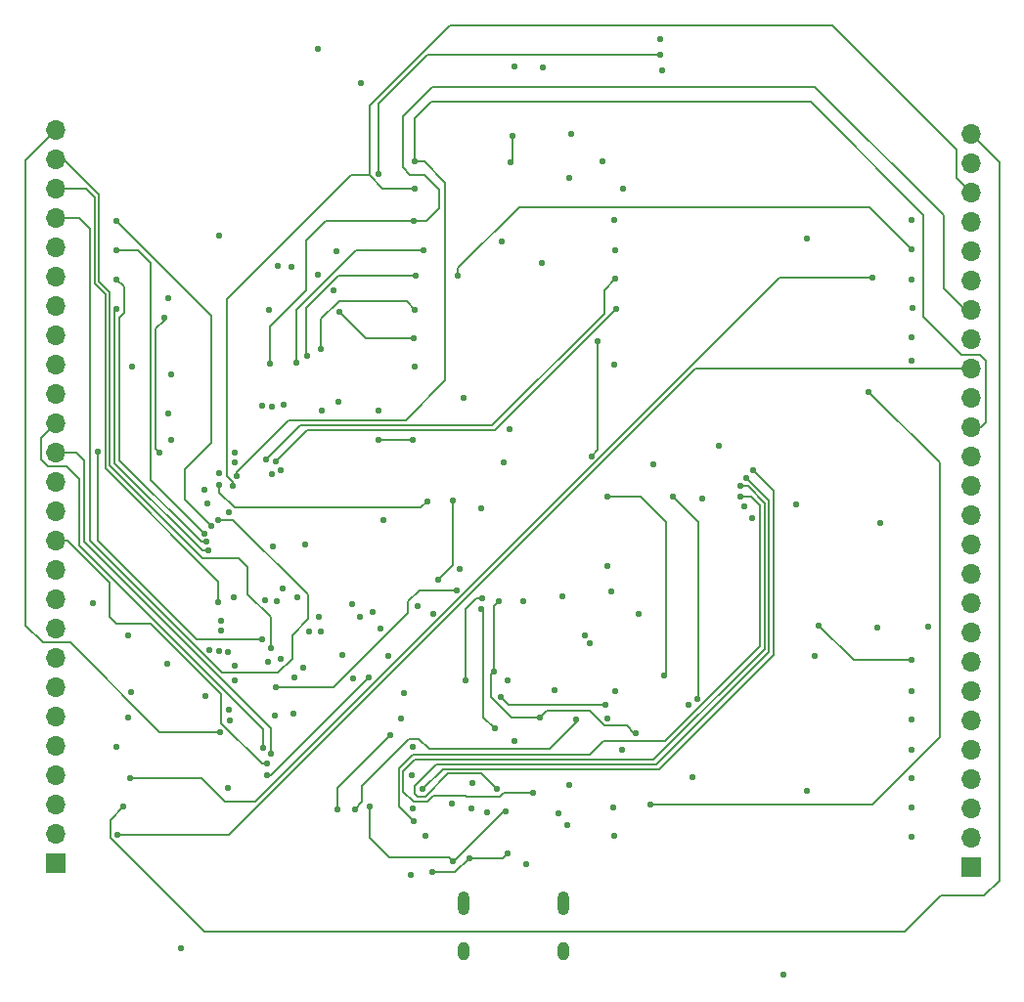
<source format=gbr>
%TF.GenerationSoftware,KiCad,Pcbnew,(6.0.7)*%
%TF.CreationDate,2022-08-29T18:43:20+02:00*%
%TF.ProjectId,UNIclicker,554e4963-6c69-4636-9b65-722e6b696361,rev?*%
%TF.SameCoordinates,Original*%
%TF.FileFunction,Copper,L3,Inr*%
%TF.FilePolarity,Positive*%
%FSLAX46Y46*%
G04 Gerber Fmt 4.6, Leading zero omitted, Abs format (unit mm)*
G04 Created by KiCad (PCBNEW (6.0.7)) date 2022-08-29 18:43:20*
%MOMM*%
%LPD*%
G01*
G04 APERTURE LIST*
%TA.AperFunction,ComponentPad*%
%ADD10R,1.700000X1.700000*%
%TD*%
%TA.AperFunction,ComponentPad*%
%ADD11O,1.700000X1.700000*%
%TD*%
%TA.AperFunction,ComponentPad*%
%ADD12O,1.000000X1.600000*%
%TD*%
%TA.AperFunction,ComponentPad*%
%ADD13O,1.000000X2.100000*%
%TD*%
%TA.AperFunction,ViaPad*%
%ADD14C,0.558800*%
%TD*%
%TA.AperFunction,Conductor*%
%ADD15C,0.200000*%
%TD*%
G04 APERTURE END LIST*
D10*
%TO.N,/NRST*%
%TO.C,J3*%
X97150000Y-88960000D03*
D11*
%TO.N,/VSYS*%
X97150000Y-86420000D03*
%TO.N,/VCC-5V*%
X97150000Y-83880000D03*
%TO.N,/VCC-3.3V*%
X97150000Y-81340000D03*
%TO.N,GND*%
X97150000Y-78800000D03*
X97150000Y-76260000D03*
X97150000Y-73720000D03*
X97150000Y-71180000D03*
%TO.N,/HDR-CAN-RX*%
X97150000Y-68640000D03*
%TO.N,/HDR-CAN-TX*%
X97150000Y-66100000D03*
%TO.N,/LAN-RX_N*%
X97150000Y-63560000D03*
%TO.N,/LAN-RX_P*%
X97150000Y-61020000D03*
%TO.N,/LAN-TX_N*%
X97150000Y-58480000D03*
%TO.N,/LAN-TX_P*%
X97150000Y-55940000D03*
%TO.N,/MB1-AN*%
X97150000Y-53400000D03*
%TO.N,/MB2-AN*%
X97150000Y-50860000D03*
%TO.N,/MB3-AN*%
X97150000Y-48320000D03*
%TO.N,/MB4-AN*%
X97150000Y-45780000D03*
%TO.N,/MB5-AN*%
X97150000Y-43240000D03*
%TO.N,/MB2-CS*%
X97150000Y-40700000D03*
%TO.N,/MB3-CS*%
X97150000Y-38160000D03*
%TO.N,/MB4-CS*%
X97150000Y-35620000D03*
%TO.N,/MB1-RST*%
X97150000Y-33080000D03*
%TO.N,/MB2-RST*%
X97150000Y-30540000D03*
%TO.N,/MB3-RST*%
X97150000Y-28000000D03*
%TO.N,/MB4-RST*%
X97150000Y-25460000D03*
%TD*%
D12*
%TO.N,GNDPWR*%
%TO.C,CN3*%
X53180000Y-96250000D03*
D13*
X53180000Y-92070000D03*
X61820000Y-92070000D03*
D12*
X61820000Y-96250000D03*
%TD*%
D10*
%TO.N,/MB1-MOSI*%
%TO.C,J2*%
X17900000Y-88625000D03*
D11*
%TO.N,/MB1-MISO*%
X17900000Y-86085000D03*
%TO.N,/MB1-SCK*%
X17900000Y-83545000D03*
%TO.N,/MB1-CS*%
X17900000Y-81005000D03*
%TO.N,/MB5-MOSI*%
X17900000Y-78465000D03*
%TO.N,/MB5-MISO*%
X17900000Y-75925000D03*
%TO.N,/MB5-SCK*%
X17900000Y-73385000D03*
%TO.N,/MB5-CS*%
X17900000Y-70845000D03*
%TO.N,/MB1-SCL*%
X17900000Y-68305000D03*
%TO.N,/MB1-SDA*%
X17900000Y-65765000D03*
%TO.N,/MB5-SCL*%
X17900000Y-63225000D03*
%TO.N,/MB5-SDA*%
X17900000Y-60685000D03*
%TO.N,/MB1-RX*%
X17900000Y-58145000D03*
%TO.N,/MB1-TX*%
X17900000Y-55605000D03*
%TO.N,/MB5-RX*%
X17900000Y-53065000D03*
%TO.N,/MB5-TX*%
X17900000Y-50525000D03*
%TO.N,/MB1-PWM*%
X17900000Y-47985000D03*
%TO.N,/MB2-PWM*%
X17900000Y-45445000D03*
%TO.N,/MB3-PWM*%
X17900000Y-42905000D03*
%TO.N,/MB4-PWM*%
X17900000Y-40365000D03*
%TO.N,/LCD-BPWM*%
X17900000Y-37825000D03*
%TO.N,/MB1-INT*%
X17900000Y-35285000D03*
%TO.N,/MB2-INT*%
X17900000Y-32745000D03*
%TO.N,/MB3-INT*%
X17900000Y-30205000D03*
%TO.N,/MB4-INT*%
X17900000Y-27665000D03*
%TO.N,/MB5-INT*%
X17900000Y-25125000D03*
%TD*%
D14*
%TO.N,/VCC-3.3V*%
X51000000Y-64050000D03*
X92025000Y-43075000D03*
X57325000Y-27900000D03*
X83650000Y-70700000D03*
X27675000Y-39725000D03*
X57050000Y-72775000D03*
X42200000Y-35650000D03*
X57475000Y-25650000D03*
X61425000Y-84275000D03*
X48925000Y-43175000D03*
X42475000Y-40875000D03*
X27537500Y-71387500D03*
X42275000Y-84000000D03*
X43675000Y-72650000D03*
X46850000Y-77550000D03*
X52275000Y-57175000D03*
%TO.N,GND*%
X50600000Y-67075000D03*
X61075000Y-73675000D03*
X57600000Y-78050000D03*
X48975000Y-45650000D03*
X39475000Y-61025000D03*
X60000000Y-36600000D03*
X93400000Y-68150000D03*
X75350000Y-52475000D03*
X24550000Y-45650000D03*
X53700000Y-88175000D03*
X50525000Y-89400000D03*
X54850000Y-65700000D03*
X62550000Y-25500000D03*
X66300000Y-45450000D03*
X49225000Y-66350000D03*
X57050000Y-87750000D03*
X92025000Y-45075000D03*
X62175000Y-85325000D03*
X24175000Y-68900000D03*
X68400000Y-67000000D03*
X81975000Y-57525000D03*
X53400000Y-72750000D03*
X46700000Y-70650000D03*
X63725000Y-68925000D03*
%TO.N,/VSYS*%
X55855000Y-71995000D03*
X56250000Y-65950000D03*
X68150000Y-77325000D03*
X59825000Y-76025000D03*
%TO.N,/VCC-5V*%
X91980000Y-71050000D03*
X58375000Y-65900000D03*
X64275000Y-53375000D03*
X65675000Y-62875000D03*
X83962500Y-68037500D03*
X64850000Y-43375000D03*
X61750000Y-65550000D03*
%TO.N,/VCC-USB*%
X65700000Y-56875000D03*
X70575000Y-72400000D03*
%TO.N,/VCC-BAT*%
X71325000Y-56875000D03*
X73050000Y-81175000D03*
X73475000Y-74425000D03*
%TO.N,/USB-VBUS*%
X54725000Y-66625000D03*
X52325000Y-88450000D03*
X52875000Y-63100000D03*
X56725000Y-53950000D03*
X55900000Y-76950000D03*
X56850000Y-84125000D03*
X45125000Y-83725000D03*
%TO.N,/LDO3V3*%
X28750000Y-95975000D03*
X55275000Y-84225000D03*
X64125000Y-69600000D03*
X62350000Y-81850000D03*
X72675000Y-74875000D03*
%TO.N,/REF*%
X27925000Y-46275000D03*
X41975000Y-39000000D03*
%TO.N,/LEDD*%
X53975000Y-81700000D03*
X27625000Y-49700000D03*
X21100000Y-66075000D03*
%TO.N,/Button_4*%
X48775000Y-51975000D03*
X27875000Y-51950000D03*
X45825000Y-51925000D03*
%TO.N,/LEDA*%
X32050000Y-54800000D03*
%TO.N,/LEDB*%
X27275000Y-41400000D03*
X56562500Y-34762500D03*
X26900000Y-53075000D03*
%TO.N,/LEDC*%
X32075000Y-55900000D03*
X50075000Y-57275000D03*
%TO.N,/MB5-SDA*%
X36175000Y-80025000D03*
%TO.N,/MB5-TX*%
X35900000Y-78600000D03*
%TO.N,/MB5-RX*%
X36575000Y-79100000D03*
%TO.N,/MB5-INT*%
X32150000Y-77275000D03*
%TO.N,/MB5-MOSI*%
X32950000Y-76225000D03*
%TO.N,/MB5-MISO*%
X32875000Y-75350000D03*
%TO.N,/MB5-SCK*%
X30875000Y-74125000D03*
%TO.N,/MB5-CS*%
X40900000Y-68550000D03*
X33375000Y-72800000D03*
%TO.N,/MB5-RST*%
X39800000Y-68525000D03*
%TO.N,/MB5-AN*%
X65975000Y-65050000D03*
X78225000Y-58750000D03*
X36925000Y-73375000D03*
X52600000Y-64975000D03*
%TO.N,/MB4-SDA*%
X48075000Y-73850000D03*
X38600000Y-72525000D03*
%TO.N,/MB4-SCL*%
X39300000Y-71725000D03*
X47825000Y-76100000D03*
%TO.N,/MB4-TX*%
X48825000Y-78550000D03*
X37350000Y-70900000D03*
%TO.N,/MB4-RX*%
X48750000Y-81000000D03*
X36275000Y-71150000D03*
%TO.N,/MB4-INT*%
X48775000Y-83900000D03*
X36500000Y-70000000D03*
%TO.N,/MB4-PWM*%
X21550000Y-53000000D03*
X35800000Y-69200000D03*
X49950000Y-86275000D03*
%TO.N,/MB4-MOSI*%
X24450000Y-73825000D03*
X33375000Y-71550000D03*
%TO.N,/MB4-MISO*%
X32800000Y-70375000D03*
X24175000Y-76000000D03*
%TO.N,/MB4-SCK*%
X32050000Y-70250000D03*
X23200000Y-78550000D03*
%TO.N,/MB4-CS*%
X88600000Y-37900000D03*
X31225000Y-70150000D03*
X24375000Y-81300000D03*
%TO.N,/MB4-RST*%
X32250000Y-68500000D03*
X23775000Y-83750000D03*
%TO.N,/MB4-AN*%
X23250000Y-86175000D03*
X32250000Y-67650000D03*
%TO.N,/MB3-SDA*%
X38825000Y-65575000D03*
X92000000Y-73700000D03*
%TO.N,/MB3-SCL*%
X92000000Y-76200000D03*
X37050000Y-65925000D03*
%TO.N,/MB3-TX*%
X92025000Y-78775000D03*
X36050000Y-65825000D03*
%TO.N,/MB3-RX*%
X92000000Y-81225000D03*
X33325000Y-65600000D03*
%TO.N,/MB3-INT*%
X92000000Y-83825000D03*
X31975000Y-66000000D03*
%TO.N,/MB3-PWM*%
X37550000Y-64800000D03*
X38450000Y-75675000D03*
X92000000Y-86300000D03*
X42750000Y-70550000D03*
%TO.N,/MB3-MOSI*%
X66350000Y-73725000D03*
X40700000Y-67325000D03*
%TO.N,/MB3-MISO*%
X65650000Y-76125000D03*
X45375000Y-66900000D03*
%TO.N,/MB3-SCK*%
X46000000Y-68325000D03*
X66950000Y-78775000D03*
%TO.N,/MB3-CS*%
X88300000Y-47800000D03*
X44275000Y-67300000D03*
X69375000Y-83550000D03*
%TO.N,/MB3-RST*%
X66175000Y-83800000D03*
X43600000Y-66200000D03*
%TO.N,/MB3-AN*%
X36750000Y-61200000D03*
X66225000Y-86275000D03*
%TO.N,/MB2-SDA*%
X31100000Y-61550000D03*
X23200000Y-40650000D03*
%TO.N,/MB2-SCL*%
X23175000Y-38075000D03*
X30975000Y-60800000D03*
%TO.N,/MB2-TX*%
X23150000Y-35500000D03*
X30750000Y-60050000D03*
%TO.N,/MB2-RX*%
X23150000Y-32975000D03*
X31350000Y-59400000D03*
%TO.N,/MB2-INT*%
X31975000Y-58875000D03*
%TO.N,/MB2-PWM*%
X32925000Y-58250000D03*
%TO.N,/MB2-MOSI*%
X31000000Y-57475000D03*
X49025000Y-40675000D03*
X40900000Y-44075000D03*
%TO.N,/MB2-MISO*%
X39675000Y-44700000D03*
X49100000Y-37750000D03*
X30825000Y-56300000D03*
%TO.N,/MB2-SCK*%
X37400000Y-54550000D03*
X38725000Y-45250000D03*
X49775000Y-35550000D03*
%TO.N,/MB2-CS*%
X48925000Y-32975000D03*
X36625000Y-54950000D03*
X36475000Y-45325000D03*
%TO.N,/MB2-RST*%
X48950000Y-30225000D03*
X33250000Y-55975000D03*
%TO.N,/MB2-AN*%
X48950000Y-27875000D03*
X33575000Y-55100000D03*
%TO.N,/MB1-SDA*%
X36950000Y-53800000D03*
X66400000Y-40600000D03*
%TO.N,/MB1-SCL*%
X36112500Y-53687500D03*
X66325000Y-38025000D03*
%TO.N,/MB1-TX*%
X66325000Y-35550000D03*
X33425000Y-53950000D03*
%TO.N,/MB1-RX*%
X66300000Y-32950000D03*
X33400000Y-53025000D03*
%TO.N,/MB1-INT*%
X67000000Y-30200000D03*
X42350000Y-48675000D03*
%TO.N,/MB1-PWM*%
X40925000Y-49400000D03*
X65200000Y-27825000D03*
%TO.N,/MB1-MOSI*%
X92050000Y-40500000D03*
X46275000Y-58925000D03*
%TO.N,/MB1-MISO*%
X45875000Y-49450000D03*
X92000000Y-38050000D03*
%TO.N,/MB1-SCK*%
X52750000Y-37775000D03*
X92000000Y-35425000D03*
%TO.N,/MB1-CS*%
X37675000Y-48900000D03*
X92025000Y-32950000D03*
%TO.N,/MB1-RST*%
X36625000Y-49075000D03*
%TO.N,/MB1-AN*%
X35750000Y-49000000D03*
%TO.N,/PROG-MUX*%
X40600000Y-18125000D03*
X36350000Y-40700000D03*
%TO.N,/NRST*%
X62400000Y-29275000D03*
X40575000Y-37675000D03*
X70225000Y-17275000D03*
%TO.N,/TCK{slash}SCK{slash}PGC*%
X60050000Y-19700000D03*
X38325000Y-36975000D03*
%TO.N,/TMS{slash}MOSI*%
X57600000Y-19625000D03*
X37175000Y-36900000D03*
%TO.N,GNDPWR*%
X82950000Y-34500000D03*
X82925000Y-82375000D03*
X80875000Y-98300000D03*
X32775000Y-82125000D03*
X32050000Y-34300000D03*
%TO.N,/CAN-RX*%
X89300000Y-59200000D03*
X89000000Y-68250000D03*
%TO.N,/USB_PSW*%
X77525000Y-57700000D03*
X57220000Y-51030000D03*
%TO.N,/USB-SW-ID*%
X48875000Y-84975000D03*
X77150000Y-56900000D03*
%TO.N,/USB-D_P*%
X59200000Y-82525000D03*
X77175000Y-55975000D03*
%TO.N,/USB-D_N*%
X56100000Y-82225000D03*
X77700000Y-55275000D03*
%TO.N,/VBUS*%
X49700000Y-82175000D03*
X78300000Y-54575000D03*
%TO.N,/CC2*%
X58650000Y-88750000D03*
X53925000Y-83850000D03*
%TO.N,Net-(J10-Pad6)*%
X70375000Y-20000000D03*
X44325000Y-21100000D03*
%TO.N,Net-(J10-Pad8)*%
X45850000Y-28900000D03*
X70275000Y-18600000D03*
%TO.N,Net-(LED1-Pad1)*%
X62975000Y-76200000D03*
X36900000Y-75850000D03*
X43812500Y-83937500D03*
%TO.N,/USB_PSW!*%
X53237500Y-48350000D03*
X52175000Y-83500000D03*
X54750000Y-57900000D03*
X44975000Y-72525000D03*
X36225000Y-81000000D03*
%TO.N,/PWR-EN*%
X56400000Y-74200000D03*
X48675000Y-89675000D03*
X65500000Y-74925000D03*
%TO.N,Net-(M1-Pad3)*%
X73850000Y-57050000D03*
X69625000Y-54050000D03*
%TD*%
D15*
%TO.N,/VCC-3.3V*%
X57475000Y-27750000D02*
X57325000Y-27900000D01*
X42275000Y-84000000D02*
X42275000Y-82125000D01*
X44775000Y-43175000D02*
X48925000Y-43175000D01*
X42475000Y-40875000D02*
X44775000Y-43175000D01*
X42275000Y-82125000D02*
X46850000Y-77550000D01*
X52275000Y-57175000D02*
X52275000Y-62775000D01*
X57475000Y-25650000D02*
X57475000Y-27750000D01*
X52275000Y-62775000D02*
X51000000Y-64050000D01*
%TO.N,GND*%
X53700000Y-88175000D02*
X52475000Y-89400000D01*
X53400000Y-66625000D02*
X53400000Y-72750000D01*
X56625000Y-88175000D02*
X57050000Y-87750000D01*
X54850000Y-65700000D02*
X54325000Y-65700000D01*
X53700000Y-88175000D02*
X56625000Y-88175000D01*
X52475000Y-89400000D02*
X50525000Y-89400000D01*
X54325000Y-65700000D02*
X53400000Y-66625000D01*
%TO.N,/VSYS*%
X67975000Y-77325000D02*
X68150000Y-77325000D01*
X55625000Y-74250000D02*
X55625000Y-72225000D01*
X57400000Y-76025000D02*
X55625000Y-74250000D01*
X67375000Y-76725000D02*
X65400000Y-76725000D01*
X59825000Y-76025000D02*
X57400000Y-76025000D01*
X55625000Y-72225000D02*
X55855000Y-71995000D01*
X65400000Y-76725000D02*
X64100000Y-75425000D01*
X67375000Y-76725000D02*
X67975000Y-77325000D01*
X55855000Y-71995000D02*
X55855000Y-66345000D01*
X60425000Y-75425000D02*
X59825000Y-76025000D01*
X64100000Y-75425000D02*
X60425000Y-75425000D01*
X55855000Y-66345000D02*
X56250000Y-65950000D01*
%TO.N,/VCC-5V*%
X64275000Y-53375000D02*
X64850000Y-52800000D01*
X91980000Y-71050000D02*
X86975000Y-71050000D01*
X64850000Y-52800000D02*
X64850000Y-43375000D01*
X86975000Y-71050000D02*
X83962500Y-68037500D01*
%TO.N,/VCC-USB*%
X70725000Y-72250000D02*
X70725000Y-59075000D01*
X70575000Y-72400000D02*
X70725000Y-72250000D01*
X68525000Y-56875000D02*
X65700000Y-56875000D01*
X70725000Y-59075000D02*
X68525000Y-56875000D01*
%TO.N,/VCC-BAT*%
X73500000Y-74400000D02*
X73500000Y-59050000D01*
X73475000Y-74425000D02*
X73500000Y-74400000D01*
X73500000Y-59050000D02*
X71325000Y-56875000D01*
%TO.N,/USB-VBUS*%
X51975000Y-88100000D02*
X46775000Y-88100000D01*
X52325000Y-88450000D02*
X52400000Y-88450000D01*
X52400000Y-88450000D02*
X56725000Y-84125000D01*
X46775000Y-88100000D02*
X45075000Y-86400000D01*
X54925000Y-75975000D02*
X55900000Y-76950000D01*
X45125000Y-86350000D02*
X45125000Y-83725000D01*
X52325000Y-88450000D02*
X51975000Y-88100000D01*
X56725000Y-84125000D02*
X56850000Y-84125000D01*
X54925000Y-66825000D02*
X54925000Y-75975000D01*
X54725000Y-66625000D02*
X54925000Y-66825000D01*
X45075000Y-86400000D02*
X45125000Y-86350000D01*
%TO.N,/Button_4*%
X48725000Y-51925000D02*
X48775000Y-51975000D01*
X45825000Y-51925000D02*
X48725000Y-51925000D01*
%TO.N,/LEDB*%
X26575000Y-42300000D02*
X26575000Y-52750000D01*
X27275000Y-41400000D02*
X27275000Y-41600000D01*
X26575000Y-52750000D02*
X26900000Y-53075000D01*
X27275000Y-41600000D02*
X26575000Y-42300000D01*
%TO.N,/LEDC*%
X32075000Y-55900000D02*
X32075000Y-56500000D01*
X32075000Y-56500000D02*
X33400000Y-57825000D01*
X33400000Y-57825000D02*
X49525000Y-57825000D01*
X49525000Y-57825000D02*
X50075000Y-57275000D01*
%TO.N,/MB5-SDA*%
X35775000Y-80025000D02*
X32250000Y-76500000D01*
X23200000Y-67875000D02*
X22575000Y-67250000D01*
X26150000Y-67875000D02*
X23200000Y-67875000D01*
X32250000Y-76500000D02*
X32250000Y-73975000D01*
X22575000Y-67250000D02*
X22575000Y-64300000D01*
X36175000Y-80025000D02*
X35775000Y-80025000D01*
X32250000Y-73975000D02*
X26150000Y-67875000D01*
X22575000Y-64300000D02*
X18960000Y-60685000D01*
X18960000Y-60685000D02*
X17900000Y-60685000D01*
%TO.N,/MB5-TX*%
X19950000Y-61100000D02*
X19950000Y-55350000D01*
X16650000Y-53650000D02*
X16650000Y-51775000D01*
X19950000Y-55350000D02*
X18850000Y-54250000D01*
X35900000Y-78600000D02*
X35900000Y-77050000D01*
X17250000Y-54250000D02*
X16650000Y-53650000D01*
X35900000Y-77050000D02*
X19950000Y-61100000D01*
X18850000Y-54250000D02*
X17250000Y-54250000D01*
X16650000Y-51775000D02*
X17900000Y-50525000D01*
%TO.N,/MB5-RX*%
X20350000Y-60750000D02*
X20350000Y-53700000D01*
X36575000Y-76975000D02*
X20350000Y-60750000D01*
X20350000Y-53700000D02*
X19715000Y-53065000D01*
X36575000Y-79100000D02*
X36575000Y-76975000D01*
X19715000Y-53065000D02*
X17900000Y-53065000D01*
%TO.N,/MB5-INT*%
X16775000Y-69500000D02*
X15300000Y-68025000D01*
X15300000Y-68025000D02*
X15300000Y-27725000D01*
X32150000Y-77275000D02*
X26925000Y-77275000D01*
X26925000Y-77275000D02*
X19150000Y-69500000D01*
X19150000Y-69500000D02*
X16775000Y-69500000D01*
X15300000Y-27725000D02*
X17900000Y-25125000D01*
%TO.N,/MB5-AN*%
X48400000Y-66950000D02*
X48400000Y-65950000D01*
X36925000Y-73375000D02*
X41975000Y-73375000D01*
X49375000Y-64975000D02*
X52600000Y-64975000D01*
X48400000Y-65950000D02*
X49375000Y-64975000D01*
X41975000Y-73375000D02*
X48400000Y-66950000D01*
%TO.N,/MB4-INT*%
X33750000Y-62250000D02*
X34475000Y-62975000D01*
X21675000Y-38275000D02*
X22600000Y-39200000D01*
X36500000Y-67325000D02*
X36500000Y-70000000D01*
X22600000Y-39200000D02*
X22600000Y-54200000D01*
X30650000Y-62250000D02*
X33750000Y-62250000D01*
X18615000Y-27665000D02*
X21675000Y-30725000D01*
X17900000Y-27665000D02*
X18615000Y-27665000D01*
X34475000Y-65300000D02*
X36500000Y-67325000D01*
X21675000Y-30725000D02*
X21675000Y-38275000D01*
X22600000Y-54200000D02*
X30650000Y-62250000D01*
X34475000Y-62975000D02*
X34475000Y-65300000D01*
%TO.N,/MB4-PWM*%
X30100000Y-69200000D02*
X21550000Y-60650000D01*
X21550000Y-60650000D02*
X21550000Y-53000000D01*
X35800000Y-69200000D02*
X30100000Y-69200000D01*
%TO.N,/MB4-CS*%
X32575000Y-83325000D02*
X35175000Y-83325000D01*
X24375000Y-81300000D02*
X30550000Y-81300000D01*
X35175000Y-83325000D02*
X80600000Y-37900000D01*
X80600000Y-37900000D02*
X88600000Y-37900000D01*
X30550000Y-81300000D02*
X32575000Y-83325000D01*
%TO.N,/MB4-RST*%
X23775000Y-83750000D02*
X22650000Y-84875000D01*
X22650000Y-86450000D02*
X30750000Y-94550000D01*
X99575000Y-27885000D02*
X97150000Y-25460000D01*
X91425000Y-94550000D02*
X94550000Y-91425000D01*
X99575000Y-90150000D02*
X99575000Y-27885000D01*
X22650000Y-84875000D02*
X22650000Y-86450000D01*
X30750000Y-94550000D02*
X91425000Y-94550000D01*
X98300000Y-91425000D02*
X99575000Y-90150000D01*
X94550000Y-91425000D02*
X98300000Y-91425000D01*
%TO.N,/MB4-AN*%
X32925000Y-86175000D02*
X73320000Y-45780000D01*
X73320000Y-45780000D02*
X97150000Y-45780000D01*
X23250000Y-86175000D02*
X32925000Y-86175000D01*
%TO.N,/MB3-INT*%
X22200000Y-54425000D02*
X22200000Y-39375000D01*
X17905000Y-30200000D02*
X17900000Y-30205000D01*
X31975000Y-66000000D02*
X31975000Y-64200000D01*
X22200000Y-39375000D02*
X21275000Y-38450000D01*
X21275000Y-30950000D02*
X20525000Y-30200000D01*
X31975000Y-64200000D02*
X22200000Y-54425000D01*
X20525000Y-30200000D02*
X17905000Y-30200000D01*
X21275000Y-38450000D02*
X21275000Y-30950000D01*
%TO.N,/MB3-CS*%
X88625000Y-83550000D02*
X94450000Y-77725000D01*
X94450000Y-53950000D02*
X88300000Y-47800000D01*
X94450000Y-77725000D02*
X94450000Y-53950000D01*
X69375000Y-83550000D02*
X88625000Y-83550000D01*
%TO.N,/MB2-SDA*%
X23000000Y-53975000D02*
X30575000Y-61550000D01*
X30575000Y-61550000D02*
X31100000Y-61550000D01*
X23200000Y-40650000D02*
X23000000Y-40850000D01*
X23000000Y-40850000D02*
X23000000Y-53975000D01*
%TO.N,/MB2-SCL*%
X23400000Y-41350000D02*
X23800000Y-40950000D01*
X30500000Y-60800000D02*
X23400000Y-53700000D01*
X23800000Y-40950000D02*
X23800000Y-38700000D01*
X23400000Y-53700000D02*
X23400000Y-41350000D01*
X23800000Y-38700000D02*
X23175000Y-38075000D01*
X23275000Y-38225000D02*
X23175000Y-38125000D01*
X30975000Y-60800000D02*
X30500000Y-60800000D01*
X23175000Y-38125000D02*
X23175000Y-38075000D01*
%TO.N,/MB2-TX*%
X26150000Y-55450000D02*
X26150000Y-36600000D01*
X30750000Y-60050000D02*
X26150000Y-55450000D01*
X25050000Y-35500000D02*
X23150000Y-35500000D01*
X26150000Y-36600000D02*
X25050000Y-35500000D01*
%TO.N,/MB2-RX*%
X29075000Y-54475000D02*
X31375000Y-52175000D01*
X31375000Y-52175000D02*
X31375000Y-41200000D01*
X31375000Y-41200000D02*
X23150000Y-32975000D01*
X31350000Y-59400000D02*
X29075000Y-57125000D01*
X29075000Y-57125000D02*
X29075000Y-54475000D01*
%TO.N,/MB2-INT*%
X33275000Y-58875000D02*
X39775000Y-65375000D01*
X20850000Y-60675000D02*
X20850000Y-33675000D01*
X31975000Y-58875000D02*
X33275000Y-58875000D01*
X20850000Y-33675000D02*
X19920000Y-32745000D01*
X38375000Y-68875000D02*
X38375000Y-70925000D01*
X38375000Y-70925000D02*
X37150000Y-72150000D01*
X39775000Y-67475000D02*
X38375000Y-68875000D01*
X39775000Y-65375000D02*
X39775000Y-67475000D01*
X37150000Y-72150000D02*
X32325000Y-72150000D01*
X19920000Y-32745000D02*
X17900000Y-32745000D01*
X32325000Y-72150000D02*
X20850000Y-60675000D01*
%TO.N,/MB2-MOSI*%
X42425000Y-39925000D02*
X48275000Y-39925000D01*
X48275000Y-39925000D02*
X49025000Y-40675000D01*
X40900000Y-41450000D02*
X42425000Y-39925000D01*
X40900000Y-44075000D02*
X40900000Y-41450000D01*
%TO.N,/MB2-MISO*%
X39625000Y-44650000D02*
X39625000Y-40525000D01*
X39625000Y-40525000D02*
X42400000Y-37750000D01*
X39675000Y-44700000D02*
X39625000Y-44650000D01*
X42400000Y-37750000D02*
X49100000Y-37750000D01*
%TO.N,/MB2-SCK*%
X38750000Y-40675000D02*
X43900000Y-35525000D01*
X38725000Y-45250000D02*
X38750000Y-45225000D01*
X49750000Y-35525000D02*
X49775000Y-35550000D01*
X38750000Y-45225000D02*
X38750000Y-40675000D01*
X43900000Y-35525000D02*
X49750000Y-35525000D01*
%TO.N,/MB2-CS*%
X50550000Y-21375000D02*
X83650000Y-21375000D01*
X51100000Y-31900000D02*
X51100000Y-30250000D01*
X94800000Y-38850000D02*
X96650000Y-40700000D01*
X50025000Y-32975000D02*
X51100000Y-31900000D01*
X47975000Y-23950000D02*
X50550000Y-21375000D01*
X39575000Y-39025000D02*
X39575000Y-34675000D01*
X47975000Y-28375000D02*
X47975000Y-23950000D01*
X49850000Y-29000000D02*
X48600000Y-29000000D01*
X36475000Y-45325000D02*
X36475000Y-42125000D01*
X36475000Y-42125000D02*
X39575000Y-39025000D01*
X41275000Y-32975000D02*
X48925000Y-32975000D01*
X39575000Y-34675000D02*
X41275000Y-32975000D01*
X96650000Y-40700000D02*
X97150000Y-40700000D01*
X48600000Y-29000000D02*
X47975000Y-28375000D01*
X48925000Y-32975000D02*
X50025000Y-32975000D01*
X51100000Y-30250000D02*
X49850000Y-29000000D01*
X94800000Y-32525000D02*
X94800000Y-38850000D01*
X83650000Y-21375000D02*
X94800000Y-32525000D01*
%TO.N,/MB2-RST*%
X52025000Y-16025000D02*
X85125000Y-16025000D01*
X33250000Y-55975000D02*
X33250000Y-55625000D01*
X85125000Y-16025000D02*
X95875000Y-26775000D01*
X95875000Y-26775000D02*
X95875000Y-29265000D01*
X32700000Y-55075000D02*
X32700000Y-39800000D01*
X95875000Y-29265000D02*
X97150000Y-30540000D01*
X45050000Y-29050000D02*
X46225000Y-30225000D01*
X33250000Y-55625000D02*
X32700000Y-55075000D01*
X46225000Y-30225000D02*
X48950000Y-30225000D01*
X45050000Y-23000000D02*
X52025000Y-16025000D01*
X43450000Y-29050000D02*
X45050000Y-29050000D01*
X45050000Y-29050000D02*
X45050000Y-23000000D01*
X32700000Y-39800000D02*
X43450000Y-29050000D01*
%TO.N,/MB2-AN*%
X96325000Y-44575000D02*
X97925000Y-44575000D01*
X97925000Y-44575000D02*
X98450000Y-45100000D01*
X48950000Y-27875000D02*
X48950000Y-24150000D01*
X98450000Y-50425000D02*
X98015000Y-50860000D01*
X51625000Y-46825000D02*
X51625000Y-29675000D01*
X49800000Y-27850000D02*
X48975000Y-27850000D01*
X48975000Y-27850000D02*
X48950000Y-27875000D01*
X48950000Y-24150000D02*
X50400000Y-22700000D01*
X93050000Y-41300000D02*
X96325000Y-44575000D01*
X50400000Y-22700000D02*
X83275000Y-22700000D01*
X98015000Y-50860000D02*
X97150000Y-50860000D01*
X48200000Y-50250000D02*
X51625000Y-46825000D01*
X33575000Y-55100000D02*
X33575000Y-54725000D01*
X38050000Y-50250000D02*
X48200000Y-50250000D01*
X33575000Y-54725000D02*
X38050000Y-50250000D01*
X83275000Y-22700000D02*
X93050000Y-32475000D01*
X93050000Y-32475000D02*
X93050000Y-41300000D01*
X98450000Y-45100000D02*
X98450000Y-50425000D01*
X51625000Y-29675000D02*
X49800000Y-27850000D01*
%TO.N,/MB1-SDA*%
X36950000Y-53800000D02*
X39650000Y-51100000D01*
X39650000Y-51100000D02*
X55900000Y-51100000D01*
X55900000Y-51100000D02*
X66400000Y-40600000D01*
%TO.N,/MB1-SCL*%
X55675000Y-50700000D02*
X65375000Y-41000000D01*
X36112500Y-53687500D02*
X39100000Y-50700000D01*
X65375000Y-41000000D02*
X65375000Y-38975000D01*
X39100000Y-50700000D02*
X55675000Y-50700000D01*
X65375000Y-38975000D02*
X66325000Y-38025000D01*
%TO.N,/MB1-SCK*%
X88375000Y-31800000D02*
X92000000Y-35425000D01*
X58050000Y-31800000D02*
X88375000Y-31800000D01*
X52750000Y-37100000D02*
X58050000Y-31800000D01*
X52750000Y-37775000D02*
X52750000Y-37100000D01*
%TO.N,/USB-SW-ID*%
X78875000Y-69850000D02*
X70675000Y-78050000D01*
X78125000Y-56900000D02*
X78875000Y-57650000D01*
X60875000Y-79225000D02*
X60850000Y-79200000D01*
X48800000Y-79200000D02*
X47600000Y-80400000D01*
X78875000Y-57650000D02*
X78875000Y-69850000D01*
X60850000Y-79200000D02*
X48800000Y-79200000D01*
X47600000Y-80400000D02*
X47600000Y-83700000D01*
X64175000Y-79225000D02*
X60875000Y-79225000D01*
X47600000Y-83700000D02*
X48875000Y-84975000D01*
X70675000Y-78050000D02*
X65350000Y-78050000D01*
X77150000Y-56900000D02*
X78125000Y-56900000D01*
X65350000Y-78050000D02*
X64175000Y-79225000D01*
%TO.N,/USB-D_P*%
X69675000Y-79650000D02*
X79275000Y-70050000D01*
X56700000Y-82525000D02*
X56350000Y-82875000D01*
X77825000Y-55975000D02*
X77175000Y-55975000D01*
X56350000Y-82875000D02*
X53475000Y-82875000D01*
X48000000Y-82425000D02*
X48000000Y-80650000D01*
X48875000Y-83300000D02*
X48000000Y-82425000D01*
X49000000Y-79650000D02*
X69675000Y-79650000D01*
X53350000Y-82750000D02*
X50600000Y-82750000D01*
X50600000Y-82750000D02*
X50050000Y-83300000D01*
X48000000Y-80650000D02*
X49000000Y-79650000D01*
X79275000Y-57425000D02*
X77825000Y-55975000D01*
X59200000Y-82525000D02*
X56700000Y-82525000D01*
X50050000Y-83300000D02*
X48875000Y-83300000D01*
X79275000Y-70050000D02*
X79275000Y-57425000D01*
X53475000Y-82875000D02*
X53350000Y-82750000D01*
%TO.N,/USB-D_N*%
X49200000Y-82875000D02*
X49900000Y-82875000D01*
X69900000Y-80075000D02*
X50825000Y-80075000D01*
X48975000Y-82650000D02*
X49200000Y-82875000D01*
X79675000Y-70300000D02*
X69900000Y-80075000D01*
X49900000Y-82875000D02*
X51900000Y-80875000D01*
X79675000Y-57250000D02*
X79675000Y-70300000D01*
X50825000Y-80075000D02*
X48975000Y-81925000D01*
X77700000Y-55275000D02*
X79675000Y-57250000D01*
X51900000Y-80875000D02*
X54750000Y-80875000D01*
X48975000Y-81925000D02*
X48975000Y-82650000D01*
X54750000Y-80875000D02*
X56100000Y-82225000D01*
%TO.N,/VBUS*%
X51400000Y-80475000D02*
X49700000Y-82175000D01*
X78300000Y-54575000D02*
X80075000Y-56350000D01*
X80075000Y-70575000D02*
X70175000Y-80475000D01*
X70175000Y-80475000D02*
X51400000Y-80475000D01*
X80075000Y-56350000D02*
X80075000Y-70575000D01*
%TO.N,Net-(J10-Pad8)*%
X50050000Y-18600000D02*
X45850000Y-22800000D01*
X70275000Y-18600000D02*
X50050000Y-18600000D01*
X45850000Y-22800000D02*
X45850000Y-28900000D01*
%TO.N,Net-(LED1-Pad1)*%
X48475000Y-77850000D02*
X44425000Y-81900000D01*
X62975000Y-76200000D02*
X62975000Y-76450000D01*
X44425000Y-81900000D02*
X44425000Y-83325000D01*
X60700000Y-78725000D02*
X50225000Y-78725000D01*
X62975000Y-76450000D02*
X60700000Y-78725000D01*
X50225000Y-78725000D02*
X49350000Y-77850000D01*
X44425000Y-83325000D02*
X43812500Y-83937500D01*
X49350000Y-77850000D02*
X48475000Y-77850000D01*
%TO.N,/USB_PSW!*%
X36500000Y-81000000D02*
X44975000Y-72525000D01*
X36225000Y-81000000D02*
X36500000Y-81000000D01*
%TO.N,/PWR-EN*%
X57100000Y-74900000D02*
X56400000Y-74200000D01*
X65475000Y-74900000D02*
X57100000Y-74900000D01*
X65500000Y-74925000D02*
X65475000Y-74900000D01*
%TD*%
M02*

</source>
